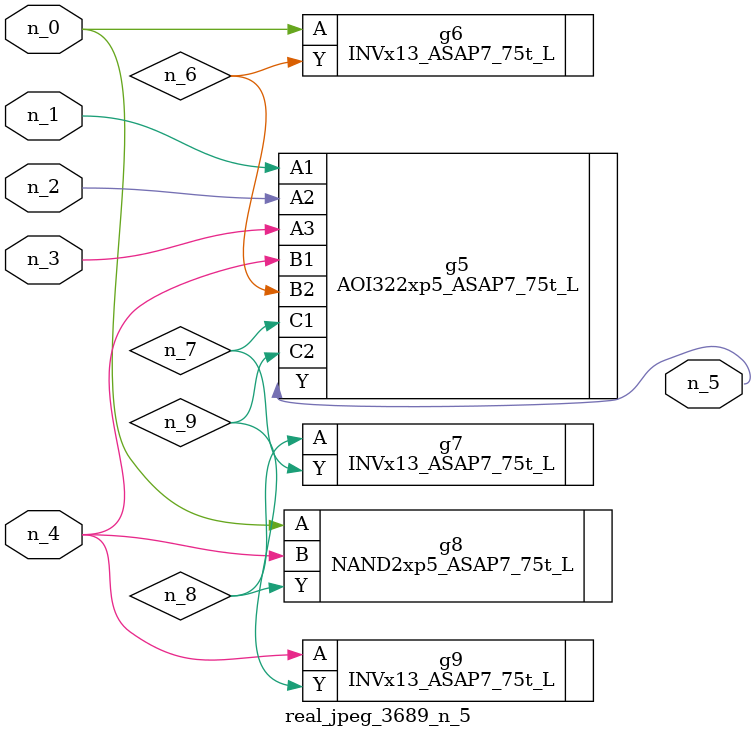
<source format=v>
module real_jpeg_3689_n_5 (n_4, n_0, n_1, n_2, n_3, n_5);

input n_4;
input n_0;
input n_1;
input n_2;
input n_3;

output n_5;

wire n_8;
wire n_6;
wire n_7;
wire n_9;

INVx13_ASAP7_75t_L g6 ( 
.A(n_0),
.Y(n_6)
);

NAND2xp5_ASAP7_75t_L g8 ( 
.A(n_0),
.B(n_4),
.Y(n_8)
);

AOI322xp5_ASAP7_75t_L g5 ( 
.A1(n_1),
.A2(n_2),
.A3(n_3),
.B1(n_4),
.B2(n_6),
.C1(n_7),
.C2(n_9),
.Y(n_5)
);

INVx13_ASAP7_75t_L g9 ( 
.A(n_4),
.Y(n_9)
);

INVx13_ASAP7_75t_L g7 ( 
.A(n_8),
.Y(n_7)
);


endmodule
</source>
